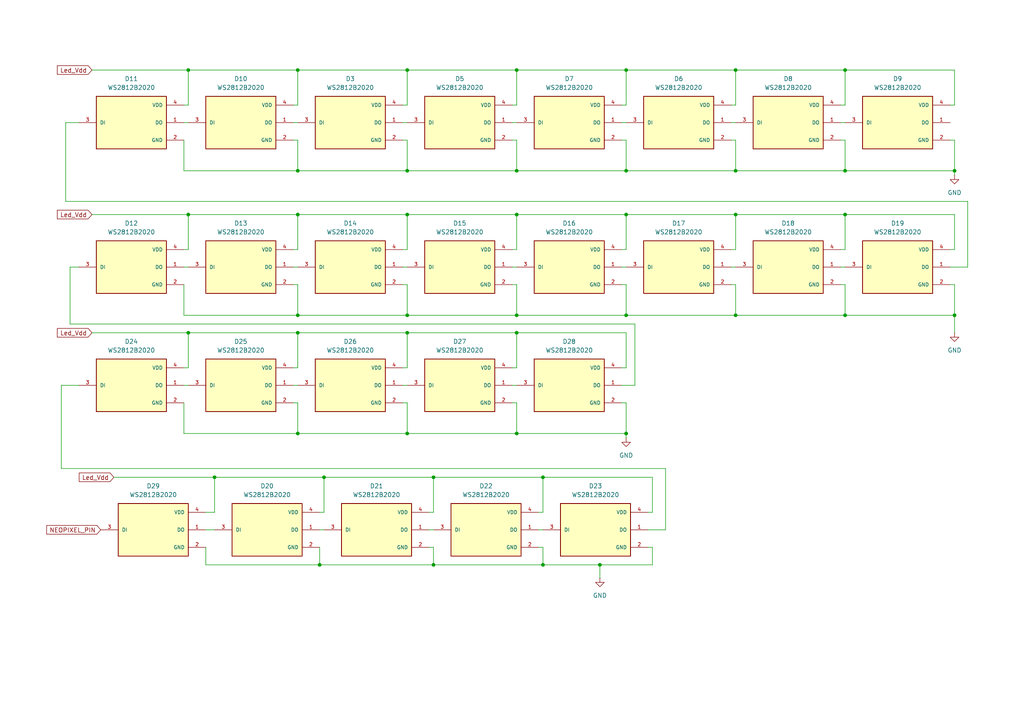
<source format=kicad_sch>
(kicad_sch (version 20250114) (generator "eeschema") (generator_version "9.0")
  (paper "A4")
  (lib_symbols
    (symbol "WS2812B2020:WS2812B2020" (pin_names (offset 1.016))
      (property "Reference" "D" (at -10.16 8.382 0))
      (property "Value" "WS2812B2020" (at -10.16 -10.16 0))
      (symbol "WS2812B2020_0_0"
        (rectangle (start -10.16 -7.62) (end 10.16 7.62) (stroke (width 0.254)) (fill (type background)))
        (pin input line (at -15.24 0 0) (length 5.08) (name "DI") (number "3"))
        (pin power_in line (at 15.24 5.08 180) (length 5.08) (name "VDD") (number "4"))
        (pin output line (at 15.24 0 180) (length 5.08) (name "DO") (number "1"))
        (pin power_in line (at 15.24 -5.08 180) (length 5.08) (name "GND") (number "2"))
      )
    )
    (symbol "power:GND" (power) (pin_numbers (hide yes)) (pin_names (offset 0) (hide yes))
      (property "Value" "GND" (at 0 -3.81 0))
      (symbol "GND_0_1"
        (polyline (pts (xy 0 0) (xy 0 -1.27) (xy 1.27 -1.27) (xy 0 -2.54) (xy -1.27 -1.27) (xy 0 -1.27)))
      )
      (symbol "GND_1_1"
        (pin power_in line (at 0 0 270) (length 0) (name "~") (number "1"))
      )
    )
  )
  (junction (at 181.61 91.44))
  (junction (at 149.86 91.44))
  (junction (at 181.61 125.73))
  (junction (at 118.11 125.73))
  (junction (at 213.36 20.32))
  (junction (at 118.11 91.44))
  (junction (at 245.11 91.44))
  (junction (at 54.61 20.32))
  (junction (at 125.73 138.43))
  (junction (at 245.11 62.23))
  (junction (at 213.36 49.53))
  (junction (at 173.99 163.83))
  (junction (at 149.86 125.73))
  (junction (at 213.36 62.23))
  (junction (at 118.11 49.53))
  (junction (at 181.61 49.53))
  (junction (at 86.36 49.53))
  (junction (at 245.11 49.53))
  (junction (at 157.48 138.43))
  (junction (at 118.11 20.32))
  (junction (at 118.11 62.23))
  (junction (at 118.11 96.52))
  (junction (at 276.86 49.53))
  (junction (at 157.48 163.83))
  (junction (at 86.36 91.44))
  (junction (at 125.73 163.83))
  (junction (at 181.61 62.23))
  (junction (at 93.98 138.43))
  (junction (at 149.86 62.23))
  (junction (at 62.23 138.43))
  (junction (at 86.36 96.52))
  (junction (at 213.36 91.44))
  (junction (at 86.36 20.32))
  (junction (at 149.86 49.53))
  (junction (at 245.11 20.32))
  (junction (at 149.86 20.32))
  (junction (at 54.61 62.23))
  (junction (at 276.86 91.44))
  (junction (at 86.36 62.23))
  (junction (at 149.86 96.52))
  (junction (at 86.36 125.73))
  (junction (at 92.71 163.83))
  (junction (at 181.61 20.32))
  (junction (at 54.61 96.52))
  (wire (pts (xy 245.11 49.53) (xy 276.86 49.53)))
  (wire (pts (xy 92.71 153.67) (xy 93.98 153.67)))
  (wire (pts (xy 62.23 138.43) (xy 93.98 138.43)))
  (wire (pts (xy 116.84 72.39) (xy 118.11 72.39)))
  (wire (pts (xy 187.96 153.67) (xy 193.04 153.67)))
  (wire (pts (xy 118.11 72.39) (xy 118.11 62.23)))
  (wire (pts (xy 148.59 40.64) (xy 149.86 40.64)))
  (wire (pts (xy 85.09 116.84) (xy 86.36 116.84)))
  (wire (pts (xy 213.36 49.53) (xy 245.11 49.53)))
  (wire (pts (xy 85.09 72.39) (xy 86.36 72.39)))
  (wire (pts (xy 93.98 138.43) (xy 125.73 138.43)))
  (wire (pts (xy 86.36 20.32) (xy 118.11 20.32)))
  (wire (pts (xy 213.36 40.64) (xy 212.09 40.64)))
  (wire (pts (xy 26.67 20.32) (xy 54.61 20.32)))
  (wire (pts (xy 276.86 72.39) (xy 275.59 72.39)))
  (wire (pts (xy 193.04 135.89) (xy 193.04 153.67)))
  (wire (pts (xy 276.86 30.48) (xy 276.86 20.32)))
  (wire (pts (xy 173.99 163.83) (xy 189.23 163.83)))
  (wire (pts (xy 245.11 40.64) (xy 245.11 49.53)))
  (wire (pts (xy 53.34 82.55) (xy 53.34 91.44)))
  (wire (pts (xy 181.61 82.55) (xy 181.61 91.44)))
  (wire (pts (xy 157.48 148.59) (xy 157.48 138.43)))
  (wire (pts (xy 245.11 20.32) (xy 276.86 20.32)))
  (wire (pts (xy 149.86 96.52) (xy 181.61 96.52)))
  (wire (pts (xy 22.86 111.76) (xy 17.78 111.76)))
  (wire (pts (xy 59.69 163.83) (xy 92.71 163.83)))
  (wire (pts (xy 54.61 20.32) (xy 86.36 20.32)))
  (wire (pts (xy 149.86 116.84) (xy 149.86 125.73)))
  (wire (pts (xy 116.84 77.47) (xy 118.11 77.47)))
  (wire (pts (xy 118.11 49.53) (xy 149.86 49.53)))
  (wire (pts (xy 148.59 72.39) (xy 149.86 72.39)))
  (wire (pts (xy 184.15 111.76) (xy 180.34 111.76)))
  (wire (pts (xy 181.61 106.68) (xy 180.34 106.68)))
  (wire (pts (xy 180.34 72.39) (xy 181.61 72.39)))
  (wire (pts (xy 86.36 91.44) (xy 118.11 91.44)))
  (wire (pts (xy 62.23 148.59) (xy 62.23 138.43)))
  (wire (pts (xy 118.11 96.52) (xy 149.86 96.52)))
  (wire (pts (xy 181.61 91.44) (xy 213.36 91.44)))
  (wire (pts (xy 213.36 82.55) (xy 213.36 91.44)))
  (wire (pts (xy 181.61 62.23) (xy 213.36 62.23)))
  (wire (pts (xy 17.78 111.76) (xy 17.78 135.89)))
  (wire (pts (xy 213.36 40.64) (xy 213.36 49.53)))
  (wire (pts (xy 124.46 148.59) (xy 125.73 148.59)))
  (wire (pts (xy 157.48 158.75) (xy 156.21 158.75)))
  (wire (pts (xy 53.34 77.47) (xy 54.61 77.47)))
  (wire (pts (xy 86.36 49.53) (xy 118.11 49.53)))
  (wire (pts (xy 85.09 40.64) (xy 86.36 40.64)))
  (wire (pts (xy 53.34 49.53) (xy 86.36 49.53)))
  (wire (pts (xy 213.36 91.44) (xy 245.11 91.44)))
  (wire (pts (xy 20.32 93.98) (xy 184.15 93.98)))
  (wire (pts (xy 86.36 96.52) (xy 118.11 96.52)))
  (wire (pts (xy 118.11 62.23) (xy 149.86 62.23)))
  (wire (pts (xy 276.86 50.8) (xy 276.86 49.53)))
  (wire (pts (xy 124.46 153.67) (xy 125.73 153.67)))
  (wire (pts (xy 173.99 163.83) (xy 173.99 167.64)))
  (wire (pts (xy 276.86 82.55) (xy 275.59 82.55)))
  (wire (pts (xy 149.86 30.48) (xy 149.86 20.32)))
  (wire (pts (xy 180.34 77.47) (xy 181.61 77.47)))
  (wire (pts (xy 85.09 35.56) (xy 86.36 35.56)))
  (wire (pts (xy 54.61 62.23) (xy 86.36 62.23)))
  (wire (pts (xy 53.34 72.39) (xy 54.61 72.39)))
  (wire (pts (xy 85.09 77.47) (xy 86.36 77.47)))
  (wire (pts (xy 180.34 116.84) (xy 181.61 116.84)))
  (wire (pts (xy 148.59 77.47) (xy 149.86 77.47)))
  (wire (pts (xy 54.61 106.68) (xy 54.61 96.52)))
  (wire (pts (xy 245.11 62.23) (xy 276.86 62.23)))
  (wire (pts (xy 22.86 77.47) (xy 20.32 77.47)))
  (wire (pts (xy 156.21 153.67) (xy 157.48 153.67)))
  (wire (pts (xy 125.73 138.43) (xy 157.48 138.43)))
  (wire (pts (xy 148.59 30.48) (xy 149.86 30.48)))
  (wire (pts (xy 245.11 72.39) (xy 245.11 62.23)))
  (wire (pts (xy 92.71 148.59) (xy 93.98 148.59)))
  (wire (pts (xy 19.05 58.42) (xy 280.67 58.42)))
  (wire (pts (xy 26.67 62.23) (xy 54.61 62.23)))
  (wire (pts (xy 280.67 77.47) (xy 275.59 77.47)))
  (wire (pts (xy 213.36 72.39) (xy 213.36 62.23)))
  (wire (pts (xy 245.11 77.47) (xy 243.84 77.47)))
  (wire (pts (xy 213.36 62.23) (xy 245.11 62.23)))
  (wire (pts (xy 125.73 163.83) (xy 157.48 163.83)))
  (wire (pts (xy 86.36 96.52) (xy 86.36 106.68)))
  (wire (pts (xy 213.36 82.55) (xy 212.09 82.55)))
  (wire (pts (xy 181.61 49.53) (xy 213.36 49.53)))
  (wire (pts (xy 181.61 72.39) (xy 181.61 62.23)))
  (wire (pts (xy 53.34 30.48) (xy 54.61 30.48)))
  (wire (pts (xy 53.34 116.84) (xy 53.34 125.73)))
  (wire (pts (xy 54.61 30.48) (xy 54.61 20.32)))
  (wire (pts (xy 86.36 40.64) (xy 86.36 49.53)))
  (wire (pts (xy 181.61 40.64) (xy 181.61 49.53)))
  (wire (pts (xy 149.86 49.53) (xy 181.61 49.53)))
  (wire (pts (xy 53.34 35.56) (xy 54.61 35.56)))
  (wire (pts (xy 243.84 30.48) (xy 245.11 30.48)))
  (wire (pts (xy 276.86 40.64) (xy 276.86 49.53)))
  (wire (pts (xy 116.84 111.76) (xy 118.11 111.76)))
  (wire (pts (xy 189.23 158.75) (xy 189.23 163.83)))
  (wire (pts (xy 149.86 82.55) (xy 149.86 91.44)))
  (wire (pts (xy 148.59 106.68) (xy 149.86 106.68)))
  (wire (pts (xy 118.11 40.64) (xy 118.11 49.53)))
  (wire (pts (xy 118.11 40.64) (xy 116.84 40.64)))
  (wire (pts (xy 85.09 30.48) (xy 86.36 30.48)))
  (wire (pts (xy 86.36 62.23) (xy 86.36 72.39)))
  (wire (pts (xy 118.11 116.84) (xy 116.84 116.84)))
  (wire (pts (xy 243.84 72.39) (xy 245.11 72.39)))
  (wire (pts (xy 156.21 148.59) (xy 157.48 148.59)))
  (wire (pts (xy 26.67 96.52) (xy 54.61 96.52)))
  (wire (pts (xy 276.86 96.52) (xy 276.86 91.44)))
  (wire (pts (xy 148.59 111.76) (xy 149.86 111.76)))
  (wire (pts (xy 149.86 40.64) (xy 149.86 49.53)))
  (wire (pts (xy 180.34 82.55) (xy 181.61 82.55)))
  (wire (pts (xy 181.61 96.52) (xy 181.61 106.68)))
  (wire (pts (xy 125.73 138.43) (xy 125.73 148.59)))
  (wire (pts (xy 125.73 158.75) (xy 125.73 163.83)))
  (wire (pts (xy 148.59 116.84) (xy 149.86 116.84)))
  (wire (pts (xy 19.05 35.56) (xy 19.05 58.42)))
  (wire (pts (xy 22.86 35.56) (xy 19.05 35.56)))
  (wire (pts (xy 181.61 20.32) (xy 213.36 20.32)))
  (wire (pts (xy 245.11 82.55) (xy 245.11 91.44)))
  (wire (pts (xy 213.36 30.48) (xy 213.36 20.32)))
  (wire (pts (xy 53.34 111.76) (xy 54.61 111.76)))
  (wire (pts (xy 276.86 82.55) (xy 276.86 91.44)))
  (wire (pts (xy 243.84 82.55) (xy 245.11 82.55)))
  (wire (pts (xy 149.86 62.23) (xy 181.61 62.23)))
  (wire (pts (xy 118.11 125.73) (xy 149.86 125.73)))
  (wire (pts (xy 149.86 125.73) (xy 181.61 125.73)))
  (wire (pts (xy 157.48 158.75) (xy 157.48 163.83)))
  (wire (pts (xy 149.86 20.32) (xy 181.61 20.32)))
  (wire (pts (xy 118.11 82.55) (xy 118.11 91.44)))
  (wire (pts (xy 245.11 91.44) (xy 276.86 91.44)))
  (wire (pts (xy 180.34 30.48) (xy 181.61 30.48)))
  (wire (pts (xy 85.09 82.55) (xy 86.36 82.55)))
  (wire (pts (xy 148.59 35.56) (xy 149.86 35.56)))
  (wire (pts (xy 213.36 20.32) (xy 245.11 20.32)))
  (wire (pts (xy 85.09 106.68) (xy 86.36 106.68)))
  (wire (pts (xy 59.69 158.75) (xy 59.69 163.83)))
  (wire (pts (xy 20.32 77.47) (xy 20.32 93.98)))
  (wire (pts (xy 187.96 158.75) (xy 189.23 158.75)))
  (wire (pts (xy 53.34 106.68) (xy 54.61 106.68)))
  (wire (pts (xy 86.36 62.23) (xy 118.11 62.23)))
  (wire (pts (xy 149.86 72.39) (xy 149.86 62.23)))
  (wire (pts (xy 59.69 153.67) (xy 62.23 153.67)))
  (wire (pts (xy 118.11 82.55) (xy 116.84 82.55)))
  (wire (pts (xy 245.11 35.56) (xy 243.84 35.56)))
  (wire (pts (xy 157.48 138.43) (xy 189.23 138.43)))
  (wire (pts (xy 212.09 30.48) (xy 213.36 30.48)))
  (wire (pts (xy 149.86 106.68) (xy 149.86 96.52)))
  (wire (pts (xy 149.86 91.44) (xy 181.61 91.44)))
  (wire (pts (xy 93.98 148.59) (xy 93.98 138.43)))
  (wire (pts (xy 187.96 148.59) (xy 189.23 148.59)))
  (wire (pts (xy 280.67 58.42) (xy 280.67 77.47)))
  (wire (pts (xy 118.11 20.32) (xy 149.86 20.32)))
  (wire (pts (xy 180.34 40.64) (xy 181.61 40.64)))
  (wire (pts (xy 212.09 77.47) (xy 213.36 77.47)))
  (wire (pts (xy 53.34 40.64) (xy 53.34 49.53)))
  (wire (pts (xy 17.78 135.89) (xy 193.04 135.89)))
  (wire (pts (xy 184.15 93.98) (xy 184.15 111.76)))
  (wire (pts (xy 86.36 125.73) (xy 118.11 125.73)))
  (wire (pts (xy 124.46 158.75) (xy 125.73 158.75)))
  (wire (pts (xy 86.36 116.84) (xy 86.36 125.73)))
  (wire (pts (xy 59.69 148.59) (xy 62.23 148.59)))
  (wire (pts (xy 243.84 40.64) (xy 245.11 40.64)))
  (wire (pts (xy 212.09 72.39) (xy 213.36 72.39)))
  (wire (pts (xy 116.84 30.48) (xy 118.11 30.48)))
  (wire (pts (xy 148.59 82.55) (xy 149.86 82.55)))
  (wire (pts (xy 157.48 163.83) (xy 173.99 163.83)))
  (wire (pts (xy 118.11 30.48) (xy 118.11 20.32)))
  (wire (pts (xy 212.09 35.56) (xy 213.36 35.56)))
  (wire (pts (xy 276.86 40.64) (xy 275.59 40.64)))
  (wire (pts (xy 180.34 35.56) (xy 181.61 35.56)))
  (wire (pts (xy 54.61 96.52) (xy 86.36 96.52)))
  (wire (pts (xy 116.84 35.56) (xy 118.11 35.56)))
  (wire (pts (xy 245.11 30.48) (xy 245.11 20.32)))
  (wire (pts (xy 92.71 158.75) (xy 92.71 163.83)))
  (wire (pts (xy 86.36 20.32) (xy 86.36 30.48)))
  (wire (pts (xy 118.11 91.44) (xy 149.86 91.44)))
  (wire (pts (xy 92.71 163.83) (xy 125.73 163.83)))
  (wire (pts (xy 54.61 72.39) (xy 54.61 62.23)))
  (wire (pts (xy 85.09 111.76) (xy 86.36 111.76)))
  (wire (pts (xy 53.34 91.44) (xy 86.36 91.44)))
  (wire (pts (xy 181.61 116.84) (xy 181.61 125.73)))
  (wire (pts (xy 181.61 125.73) (xy 181.61 127)))
  (wire (pts (xy 118.11 116.84) (xy 118.11 125.73)))
  (wire (pts (xy 276.86 30.48) (xy 275.59 30.48)))
  (wire (pts (xy 276.86 72.39) (xy 276.86 62.23)))
  (wire (pts (xy 116.84 106.68) (xy 118.11 106.68)))
  (wire (pts (xy 181.61 30.48) (xy 181.61 20.32)))
  (wire (pts (xy 118.11 106.68) (xy 118.11 96.52)))
  (wire (pts (xy 53.34 125.73) (xy 86.36 125.73)))
  (wire (pts (xy 189.23 148.59) (xy 189.23 138.43)))
  (wire (pts (xy 86.36 82.55) (xy 86.36 91.44)))
  (wire (pts (xy 33.02 138.43) (xy 62.23 138.43)))
  (global_label "Led_Vdd" (shape input) (at 26.67 96.52 180) (property "Intersheetrefs" "${INTERSHEET_REFS}" (effects (hide yes))))
  (global_label "Led_Vdd" (shape input) (at 33.02 138.43 180) (property "Intersheetrefs" "${INTERSHEET_REFS}" (effects (hide yes))))
  (global_label "NEOPIXEL_PIN" (shape input) (at 29.21 153.67 180) (property "Intersheetrefs" "${INTERSHEET_REFS}" (effects (hide yes))))
  (global_label "Led_Vdd" (shape input) (at 26.67 20.32 180) (property "Intersheetrefs" "${INTERSHEET_REFS}" (effects (hide yes))))
  (global_label "Led_Vdd" (shape input) (at 26.67 62.23 180) (property "Intersheetrefs" "${INTERSHEET_REFS}" (effects (hide yes))))
  (symbol (lib_id "WS2812B2020:WS2812B2020") (at 44.45 153.67 0) (unit 1)
    (property "Reference" "D29" (at 44.45 140.97 0))
    (property "Value" "WS2812B2020" (at 44.45 143.51 0))
    (property "Footprint" "WS2812B2020:LED_WS2812B2020" (effects (hide yes)))
    (property "MF" "WorldSemi" (effects (hide yes)))
    (property "MAXIMUM_PACKAGE_HEIGHT" "0.84 mm" (effects (hide yes)))
    (property "Package" "None" (effects (hide yes)))
    (property "Price" "None" (effects (hide yes)))
    (property "Check_prices" "https://www.snapeda.com/parts/WS2812B-2020/Worldsemi/view-part/?ref=eda" (effects (hide yes)))
    (property "STANDARD" "Manufacturer Recommendations" (effects (hide yes)))
    (property "PARTREV" "V1.0" (effects (hide yes)))
    (property "SnapEDA_Link" "https://www.snapeda.com/parts/WS2812B-2020/Worldsemi/view-part/?ref=snap" (effects (hide yes)))
    (property "MP" "WS2812B-2020" (effects (hide yes)))
    (property "Description_1" "Programmable LED; SMD; 2020; RGB; 2x2x0.84mm; 3.7÷5.3V; 2kHz" (effects (hide yes)))
    (property "Availability" "Not in stock" (effects (hide yes)))
    (property "MANUFACTURER" "WorldSemi" (effects (hide yes)))
  )
  (symbol (lib_id "WS2812B2020:WS2812B2020") (at 196.85 35.56 0) (unit 1)
    (property "Reference" "D6" (at 196.85 22.86 0))
    (property "Value" "WS2812B2020" (at 196.85 25.4 0))
    (property "Footprint" "WS2812B2020:LED_WS2812B2020" (effects (hide yes)))
    (property "MF" "WorldSemi" (effects (hide yes)))
    (property "MAXIMUM_PACKAGE_HEIGHT" "0.84 mm" (effects (hide yes)))
    (property "Package" "None" (effects (hide yes)))
    (property "Price" "None" (effects (hide yes)))
    (property "Check_prices" "https://www.snapeda.com/parts/WS2812B-2020/Worldsemi/view-part/?ref=eda" (effects (hide yes)))
    (property "STANDARD" "Manufacturer Recommendations" (effects (hide yes)))
    (property "PARTREV" "V1.0" (effects (hide yes)))
    (property "SnapEDA_Link" "https://www.snapeda.com/parts/WS2812B-2020/Worldsemi/view-part/?ref=snap" (effects (hide yes)))
    (property "MP" "WS2812B-2020" (effects (hide yes)))
    (property "Description_1" "Programmable LED; SMD; 2020; RGB; 2x2x0.84mm; 3.7÷5.3V; 2kHz" (effects (hide yes)))
    (property "Availability" "Not in stock" (effects (hide yes)))
    (property "MANUFACTURER" "WorldSemi" (effects (hide yes)))
  )
  (symbol (lib_id "WS2812B2020:WS2812B2020") (at 101.6 77.47 0) (unit 1)
    (property "Reference" "D14" (at 101.6 64.77 0))
    (property "Value" "WS2812B2020" (at 101.6 67.31 0))
    (property "Footprint" "WS2812B2020:LED_WS2812B2020" (effects (hide yes)))
    (property "MF" "WorldSemi" (effects (hide yes)))
    (property "MAXIMUM_PACKAGE_HEIGHT" "0.84 mm" (effects (hide yes)))
    (property "Package" "None" (effects (hide yes)))
    (property "Price" "None" (effects (hide yes)))
    (property "Check_prices" "https://www.snapeda.com/parts/WS2812B-2020/Worldsemi/view-part/?ref=eda" (effects (hide yes)))
    (property "STANDARD" "Manufacturer Recommendations" (effects (hide yes)))
    (property "PARTREV" "V1.0" (effects (hide yes)))
    (property "SnapEDA_Link" "https://www.snapeda.com/parts/WS2812B-2020/Worldsemi/view-part/?ref=snap" (effects (hide yes)))
    (property "MP" "WS2812B-2020" (effects (hide yes)))
    (property "Description_1" "Programmable LED; SMD; 2020; RGB; 2x2x0.84mm; 3.7÷5.3V; 2kHz" (effects (hide yes)))
    (property "Availability" "Not in stock" (effects (hide yes)))
    (property "MANUFACTURER" "WorldSemi" (effects (hide yes)))
  )
  (symbol (lib_id "power:GND") (at 181.61 127 0) (unit 1)
    (property "Reference" "#PWR013" (effects (hide yes)))
    (property "Value" "GND" (at 181.61 132.08 0))
    (property "Description" "Power symbol creates a global label with name \"GND\" , ground" (effects (hide yes)))
  )
  (symbol (lib_id "WS2812B2020:WS2812B2020") (at 140.97 153.67 0) (unit 1)
    (property "Reference" "D22" (at 140.97 140.97 0))
    (property "Value" "WS2812B2020" (at 140.97 143.51 0))
    (property "Footprint" "WS2812B2020:LED_WS2812B2020" (effects (hide yes)))
    (property "MF" "WorldSemi" (effects (hide yes)))
    (property "MAXIMUM_PACKAGE_HEIGHT" "0.84 mm" (effects (hide yes)))
    (property "Package" "None" (effects (hide yes)))
    (property "Price" "None" (effects (hide yes)))
    (property "Check_prices" "https://www.snapeda.com/parts/WS2812B-2020/Worldsemi/view-part/?ref=eda" (effects (hide yes)))
    (property "STANDARD" "Manufacturer Recommendations" (effects (hide yes)))
    (property "PARTREV" "V1.0" (effects (hide yes)))
    (property "SnapEDA_Link" "https://www.snapeda.com/parts/WS2812B-2020/Worldsemi/view-part/?ref=snap" (effects (hide yes)))
    (property "MP" "WS2812B-2020" (effects (hide yes)))
    (property "Description_1" "Programmable LED; SMD; 2020; RGB; 2x2x0.84mm; 3.7÷5.3V; 2kHz" (effects (hide yes)))
    (property "Availability" "Not in stock" (effects (hide yes)))
    (property "MANUFACTURER" "WorldSemi" (effects (hide yes)))
  )
  (symbol (lib_id "WS2812B2020:WS2812B2020") (at 69.85 77.47 0) (unit 1)
    (property "Reference" "D13" (at 69.85 64.77 0))
    (property "Value" "WS2812B2020" (at 69.85 67.31 0))
    (property "Footprint" "WS2812B2020:LED_WS2812B2020" (effects (hide yes)))
    (property "MF" "WorldSemi" (effects (hide yes)))
    (property "MAXIMUM_PACKAGE_HEIGHT" "0.84 mm" (effects (hide yes)))
    (property "Package" "None" (effects (hide yes)))
    (property "Price" "None" (effects (hide yes)))
    (property "Check_prices" "https://www.snapeda.com/parts/WS2812B-2020/Worldsemi/view-part/?ref=eda" (effects (hide yes)))
    (property "STANDARD" "Manufacturer Recommendations" (effects (hide yes)))
    (property "PARTREV" "V1.0" (effects (hide yes)))
    (property "SnapEDA_Link" "https://www.snapeda.com/parts/WS2812B-2020/Worldsemi/view-part/?ref=snap" (effects (hide yes)))
    (property "MP" "WS2812B-2020" (effects (hide yes)))
    (property "Description_1" "Programmable LED; SMD; 2020; RGB; 2x2x0.84mm; 3.7÷5.3V; 2kHz" (effects (hide yes)))
    (property "Availability" "Not in stock" (effects (hide yes)))
    (property "MANUFACTURER" "WorldSemi" (effects (hide yes)))
  )
  (symbol (lib_id "WS2812B2020:WS2812B2020") (at 165.1 35.56 0) (unit 1)
    (property "Reference" "D7" (at 165.1 22.86 0))
    (property "Value" "WS2812B2020" (at 165.1 25.4 0))
    (property "Footprint" "WS2812B2020:LED_WS2812B2020" (effects (hide yes)))
    (property "MF" "WorldSemi" (effects (hide yes)))
    (property "MAXIMUM_PACKAGE_HEIGHT" "0.84 mm" (effects (hide yes)))
    (property "Package" "None" (effects (hide yes)))
    (property "Price" "None" (effects (hide yes)))
    (property "Check_prices" "https://www.snapeda.com/parts/WS2812B-2020/Worldsemi/view-part/?ref=eda" (effects (hide yes)))
    (property "STANDARD" "Manufacturer Recommendations" (effects (hide yes)))
    (property "PARTREV" "V1.0" (effects (hide yes)))
    (property "SnapEDA_Link" "https://www.snapeda.com/parts/WS2812B-2020/Worldsemi/view-part/?ref=snap" (effects (hide yes)))
    (property "MP" "WS2812B-2020" (effects (hide yes)))
    (property "Description_1" "Programmable LED; SMD; 2020; RGB; 2x2x0.84mm; 3.7÷5.3V; 2kHz" (effects (hide yes)))
    (property "Availability" "Not in stock" (effects (hide yes)))
    (property "MANUFACTURER" "WorldSemi" (effects (hide yes)))
  )
  (symbol (lib_id "WS2812B2020:WS2812B2020") (at 133.35 77.47 0) (unit 1)
    (property "Reference" "D15" (at 133.35 64.77 0))
    (property "Value" "WS2812B2020" (at 133.35 67.31 0))
    (property "Footprint" "WS2812B2020:LED_WS2812B2020" (effects (hide yes)))
    (property "MF" "WorldSemi" (effects (hide yes)))
    (property "MAXIMUM_PACKAGE_HEIGHT" "0.84 mm" (effects (hide yes)))
    (property "Package" "None" (effects (hide yes)))
    (property "Price" "None" (effects (hide yes)))
    (property "Check_prices" "https://www.snapeda.com/parts/WS2812B-2020/Worldsemi/view-part/?ref=eda" (effects (hide yes)))
    (property "STANDARD" "Manufacturer Recommendations" (effects (hide yes)))
    (property "PARTREV" "V1.0" (effects (hide yes)))
    (property "SnapEDA_Link" "https://www.snapeda.com/parts/WS2812B-2020/Worldsemi/view-part/?ref=snap" (effects (hide yes)))
    (property "MP" "WS2812B-2020" (effects (hide yes)))
    (property "Description_1" "Programmable LED; SMD; 2020; RGB; 2x2x0.84mm; 3.7÷5.3V; 2kHz" (effects (hide yes)))
    (property "Availability" "Not in stock" (effects (hide yes)))
    (property "MANUFACTURER" "WorldSemi" (effects (hide yes)))
  )
  (symbol (lib_id "power:GND") (at 173.99 167.64 0) (unit 1)
    (property "Reference" "#PWR016" (effects (hide yes)))
    (property "Value" "GND" (at 173.99 172.72 0))
    (property "Description" "Power symbol creates a global label with name \"GND\" , ground" (effects (hide yes)))
  )
  (symbol (lib_id "WS2812B2020:WS2812B2020") (at 109.22 153.67 0) (unit 1)
    (property "Reference" "D21" (at 109.22 140.97 0))
    (property "Value" "WS2812B2020" (at 109.22 143.51 0))
    (property "Footprint" "WS2812B2020:LED_WS2812B2020" (effects (hide yes)))
    (property "MF" "WorldSemi" (effects (hide yes)))
    (property "MAXIMUM_PACKAGE_HEIGHT" "0.84 mm" (effects (hide yes)))
    (property "Package" "None" (effects (hide yes)))
    (property "Price" "None" (effects (hide yes)))
    (property "Check_prices" "https://www.snapeda.com/parts/WS2812B-2020/Worldsemi/view-part/?ref=eda" (effects (hide yes)))
    (property "STANDARD" "Manufacturer Recommendations" (effects (hide yes)))
    (property "PARTREV" "V1.0" (effects (hide yes)))
    (property "SnapEDA_Link" "https://www.snapeda.com/parts/WS2812B-2020/Worldsemi/view-part/?ref=snap" (effects (hide yes)))
    (property "MP" "WS2812B-2020" (effects (hide yes)))
    (property "Description_1" "Programmable LED; SMD; 2020; RGB; 2x2x0.84mm; 3.7÷5.3V; 2kHz" (effects (hide yes)))
    (property "Availability" "Not in stock" (effects (hide yes)))
    (property "MANUFACTURER" "WorldSemi" (effects (hide yes)))
  )
  (symbol (lib_id "WS2812B2020:WS2812B2020") (at 133.35 111.76 0) (unit 1)
    (property "Reference" "D27" (at 133.35 99.06 0))
    (property "Value" "WS2812B2020" (at 133.35 101.6 0))
    (property "Footprint" "WS2812B2020:LED_WS2812B2020" (effects (hide yes)))
    (property "MF" "WorldSemi" (effects (hide yes)))
    (property "MAXIMUM_PACKAGE_HEIGHT" "0.84 mm" (effects (hide yes)))
    (property "Package" "None" (effects (hide yes)))
    (property "Price" "None" (effects (hide yes)))
    (property "Check_prices" "https://www.snapeda.com/parts/WS2812B-2020/Worldsemi/view-part/?ref=eda" (effects (hide yes)))
    (property "STANDARD" "Manufacturer Recommendations" (effects (hide yes)))
    (property "PARTREV" "V1.0" (effects (hide yes)))
    (property "SnapEDA_Link" "https://www.snapeda.com/parts/WS2812B-2020/Worldsemi/view-part/?ref=snap" (effects (hide yes)))
    (property "MP" "WS2812B-2020" (effects (hide yes)))
    (property "Description_1" "Programmable LED; SMD; 2020; RGB; 2x2x0.84mm; 3.7÷5.3V; 2kHz" (effects (hide yes)))
    (property "Availability" "Not in stock" (effects (hide yes)))
    (property "MANUFACTURER" "WorldSemi" (effects (hide yes)))
  )
  (symbol (lib_id "WS2812B2020:WS2812B2020") (at 101.6 111.76 0) (unit 1)
    (property "Reference" "D26" (at 101.6 99.06 0))
    (property "Value" "WS2812B2020" (at 101.6 101.6 0))
    (property "Footprint" "WS2812B2020:LED_WS2812B2020" (effects (hide yes)))
    (property "MF" "WorldSemi" (effects (hide yes)))
    (property "MAXIMUM_PACKAGE_HEIGHT" "0.84 mm" (effects (hide yes)))
    (property "Package" "None" (effects (hide yes)))
    (property "Price" "None" (effects (hide yes)))
    (property "Check_prices" "https://www.snapeda.com/parts/WS2812B-2020/Worldsemi/view-part/?ref=eda" (effects (hide yes)))
    (property "STANDARD" "Manufacturer Recommendations" (effects (hide yes)))
    (property "PARTREV" "V1.0" (effects (hide yes)))
    (property "SnapEDA_Link" "https://www.snapeda.com/parts/WS2812B-2020/Worldsemi/view-part/?ref=snap" (effects (hide yes)))
    (property "MP" "WS2812B-2020" (effects (hide yes)))
    (property "Description_1" "Programmable LED; SMD; 2020; RGB; 2x2x0.84mm; 3.7÷5.3V; 2kHz" (effects (hide yes)))
    (property "Availability" "Not in stock" (effects (hide yes)))
    (property "MANUFACTURER" "WorldSemi" (effects (hide yes)))
  )
  (symbol (lib_id "WS2812B2020:WS2812B2020") (at 101.6 35.56 0) (unit 1)
    (property "Reference" "D3" (at 101.6 22.86 0))
    (property "Value" "WS2812B2020" (at 101.6 25.4 0))
    (property "Footprint" "WS2812B2020:LED_WS2812B2020" (effects (hide yes)))
    (property "MF" "WorldSemi" (effects (hide yes)))
    (property "MAXIMUM_PACKAGE_HEIGHT" "0.84 mm" (effects (hide yes)))
    (property "Package" "None" (effects (hide yes)))
    (property "Price" "None" (effects (hide yes)))
    (property "Check_prices" "https://www.snapeda.com/parts/WS2812B-2020/Worldsemi/view-part/?ref=eda" (effects (hide yes)))
    (property "STANDARD" "Manufacturer Recommendations" (effects (hide yes)))
    (property "PARTREV" "V1.0" (effects (hide yes)))
    (property "SnapEDA_Link" "https://www.snapeda.com/parts/WS2812B-2020/Worldsemi/view-part/?ref=snap" (effects (hide yes)))
    (property "MP" "WS2812B-2020" (effects (hide yes)))
    (property "Description_1" "Programmable LED; SMD; 2020; RGB; 2x2x0.84mm; 3.7÷5.3V; 2kHz" (effects (hide yes)))
    (property "Availability" "Not in stock" (effects (hide yes)))
    (property "MANUFACTURER" "WorldSemi" (effects (hide yes)))
  )
  (symbol (lib_id "WS2812B2020:WS2812B2020") (at 38.1 111.76 0) (unit 1)
    (property "Reference" "D24" (at 38.1 99.06 0))
    (property "Value" "WS2812B2020" (at 38.1 101.6 0))
    (property "Footprint" "WS2812B2020:LED_WS2812B2020" (effects (hide yes)))
    (property "MF" "WorldSemi" (effects (hide yes)))
    (property "MAXIMUM_PACKAGE_HEIGHT" "0.84 mm" (effects (hide yes)))
    (property "Package" "None" (effects (hide yes)))
    (property "Price" "None" (effects (hide yes)))
    (property "Check_prices" "https://www.snapeda.com/parts/WS2812B-2020/Worldsemi/view-part/?ref=eda" (effects (hide yes)))
    (property "STANDARD" "Manufacturer Recommendations" (effects (hide yes)))
    (property "PARTREV" "V1.0" (effects (hide yes)))
    (property "SnapEDA_Link" "https://www.snapeda.com/parts/WS2812B-2020/Worldsemi/view-part/?ref=snap" (effects (hide yes)))
    (property "MP" "WS2812B-2020" (effects (hide yes)))
    (property "Description_1" "Programmable LED; SMD; 2020; RGB; 2x2x0.84mm; 3.7÷5.3V; 2kHz" (effects (hide yes)))
    (property "Availability" "Not in stock" (effects (hide yes)))
    (property "MANUFACTURER" "WorldSemi" (effects (hide yes)))
  )
  (symbol (lib_id "WS2812B2020:WS2812B2020") (at 196.85 77.47 0) (unit 1)
    (property "Reference" "D17" (at 196.85 64.77 0))
    (property "Value" "WS2812B2020" (at 196.85 67.31 0))
    (property "Footprint" "WS2812B2020:LED_WS2812B2020" (effects (hide yes)))
    (property "MF" "WorldSemi" (effects (hide yes)))
    (property "MAXIMUM_PACKAGE_HEIGHT" "0.84 mm" (effects (hide yes)))
    (property "Package" "None" (effects (hide yes)))
    (property "Price" "None" (effects (hide yes)))
    (property "Check_prices" "https://www.snapeda.com/parts/WS2812B-2020/Worldsemi/view-part/?ref=eda" (effects (hide yes)))
    (property "STANDARD" "Manufacturer Recommendations" (effects (hide yes)))
    (property "PARTREV" "V1.0" (effects (hide yes)))
    (property "SnapEDA_Link" "https://www.snapeda.com/parts/WS2812B-2020/Worldsemi/view-part/?ref=snap" (effects (hide yes)))
    (property "MP" "WS2812B-2020" (effects (hide yes)))
    (property "Description_1" "Programmable LED; SMD; 2020; RGB; 2x2x0.84mm; 3.7÷5.3V; 2kHz" (effects (hide yes)))
    (property "Availability" "Not in stock" (effects (hide yes)))
    (property "MANUFACTURER" "WorldSemi" (effects (hide yes)))
  )
  (symbol (lib_id "WS2812B2020:WS2812B2020") (at 260.35 77.47 0) (unit 1)
    (property "Reference" "D19" (at 260.35 64.77 0))
    (property "Value" "WS2812B2020" (at 260.35 67.31 0))
    (property "Footprint" "WS2812B2020:LED_WS2812B2020" (effects (hide yes)))
    (property "MF" "WorldSemi" (effects (hide yes)))
    (property "MAXIMUM_PACKAGE_HEIGHT" "0.84 mm" (effects (hide yes)))
    (property "Package" "None" (effects (hide yes)))
    (property "Price" "None" (effects (hide yes)))
    (property "Check_prices" "https://www.snapeda.com/parts/WS2812B-2020/Worldsemi/view-part/?ref=eda" (effects (hide yes)))
    (property "STANDARD" "Manufacturer Recommendations" (effects (hide yes)))
    (property "PARTREV" "V1.0" (effects (hide yes)))
    (property "SnapEDA_Link" "https://www.snapeda.com/parts/WS2812B-2020/Worldsemi/view-part/?ref=snap" (effects (hide yes)))
    (property "MP" "WS2812B-2020" (effects (hide yes)))
    (property "Description_1" "Programmable LED; SMD; 2020; RGB; 2x2x0.84mm; 3.7÷5.3V; 2kHz" (effects (hide yes)))
    (property "Availability" "Not in stock" (effects (hide yes)))
    (property "MANUFACTURER" "WorldSemi" (effects (hide yes)))
  )
  (symbol (lib_id "WS2812B2020:WS2812B2020") (at 260.35 35.56 0) (unit 1)
    (property "Reference" "D9" (at 260.35 22.86 0))
    (property "Value" "WS2812B2020" (at 260.35 25.4 0))
    (property "Footprint" "WS2812B2020:LED_WS2812B2020" (effects (hide yes)))
    (property "MF" "WorldSemi" (effects (hide yes)))
    (property "MAXIMUM_PACKAGE_HEIGHT" "0.84 mm" (effects (hide yes)))
    (property "Package" "None" (effects (hide yes)))
    (property "Price" "None" (effects (hide yes)))
    (property "Check_prices" "https://www.snapeda.com/parts/WS2812B-2020/Worldsemi/view-part/?ref=eda" (effects (hide yes)))
    (property "STANDARD" "Manufacturer Recommendations" (effects (hide yes)))
    (property "PARTREV" "V1.0" (effects (hide yes)))
    (property "SnapEDA_Link" "https://www.snapeda.com/parts/WS2812B-2020/Worldsemi/view-part/?ref=snap" (effects (hide yes)))
    (property "MP" "WS2812B-2020" (effects (hide yes)))
    (property "Description_1" "Programmable LED; SMD; 2020; RGB; 2x2x0.84mm; 3.7÷5.3V; 2kHz" (effects (hide yes)))
    (property "Availability" "Not in stock" (effects (hide yes)))
    (property "MANUFACTURER" "WorldSemi" (effects (hide yes)))
  )
  (symbol (lib_id "WS2812B2020:WS2812B2020") (at 69.85 111.76 0) (unit 1)
    (property "Reference" "D25" (at 69.85 99.06 0))
    (property "Value" "WS2812B2020" (at 69.85 101.6 0))
    (property "Footprint" "WS2812B2020:LED_WS2812B2020" (effects (hide yes)))
    (property "MF" "WorldSemi" (effects (hide yes)))
    (property "MAXIMUM_PACKAGE_HEIGHT" "0.84 mm" (effects (hide yes)))
    (property "Package" "None" (effects (hide yes)))
    (property "Price" "None" (effects (hide yes)))
    (property "Check_prices" "https://www.snapeda.com/parts/WS2812B-2020/Worldsemi/view-part/?ref=eda" (effects (hide yes)))
    (property "STANDARD" "Manufacturer Recommendations" (effects (hide yes)))
    (property "PARTREV" "V1.0" (effects (hide yes)))
    (property "SnapEDA_Link" "https://www.snapeda.com/parts/WS2812B-2020/Worldsemi/view-part/?ref=snap" (effects (hide yes)))
    (property "MP" "WS2812B-2020" (effects (hide yes)))
    (property "Description_1" "Programmable LED; SMD; 2020; RGB; 2x2x0.84mm; 3.7÷5.3V; 2kHz" (effects (hide yes)))
    (property "Availability" "Not in stock" (effects (hide yes)))
    (property "MANUFACTURER" "WorldSemi" (effects (hide yes)))
  )
  (symbol (lib_id "WS2812B2020:WS2812B2020") (at 38.1 77.47 0) (unit 1)
    (property "Reference" "D12" (at 38.1 64.77 0))
    (property "Value" "WS2812B2020" (at 38.1 67.31 0))
    (property "Footprint" "WS2812B2020:LED_WS2812B2020" (effects (hide yes)))
    (property "MF" "WorldSemi" (effects (hide yes)))
    (property "MAXIMUM_PACKAGE_HEIGHT" "0.84 mm" (effects (hide yes)))
    (property "Package" "None" (effects (hide yes)))
    (property "Price" "None" (effects (hide yes)))
    (property "Check_prices" "https://www.snapeda.com/parts/WS2812B-2020/Worldsemi/view-part/?ref=eda" (effects (hide yes)))
    (property "STANDARD" "Manufacturer Recommendations" (effects (hide yes)))
    (property "PARTREV" "V1.0" (effects (hide yes)))
    (property "SnapEDA_Link" "https://www.snapeda.com/parts/WS2812B-2020/Worldsemi/view-part/?ref=snap" (effects (hide yes)))
    (property "MP" "WS2812B-2020" (effects (hide yes)))
    (property "Description_1" "Programmable LED; SMD; 2020; RGB; 2x2x0.84mm; 3.7÷5.3V; 2kHz" (effects (hide yes)))
    (property "Availability" "Not in stock" (effects (hide yes)))
    (property "MANUFACTURER" "WorldSemi" (effects (hide yes)))
  )
  (symbol (lib_id "WS2812B2020:WS2812B2020") (at 165.1 77.47 0) (unit 1)
    (property "Reference" "D16" (at 165.1 64.77 0))
    (property "Value" "WS2812B2020" (at 165.1 67.31 0))
    (property "Footprint" "WS2812B2020:LED_WS2812B2020" (effects (hide yes)))
    (property "MF" "WorldSemi" (effects (hide yes)))
    (property "MAXIMUM_PACKAGE_HEIGHT" "0.84 mm" (effects (hide yes)))
    (property "Package" "None" (effects (hide yes)))
    (property "Price" "None" (effects (hide yes)))
    (property "Check_prices" "https://www.snapeda.com/parts/WS2812B-2020/Worldsemi/view-part/?ref=eda" (effects (hide yes)))
    (property "STANDARD" "Manufacturer Recommendations" (effects (hide yes)))
    (property "PARTREV" "V1.0" (effects (hide yes)))
    (property "SnapEDA_Link" "https://www.snapeda.com/parts/WS2812B-2020/Worldsemi/view-part/?ref=snap" (effects (hide yes)))
    (property "MP" "WS2812B-2020" (effects (hide yes)))
    (property "Description_1" "Programmable LED; SMD; 2020; RGB; 2x2x0.84mm; 3.7÷5.3V; 2kHz" (effects (hide yes)))
    (property "Availability" "Not in stock" (effects (hide yes)))
    (property "MANUFACTURER" "WorldSemi" (effects (hide yes)))
  )
  (symbol (lib_id "WS2812B2020:WS2812B2020") (at 133.35 35.56 0) (unit 1)
    (property "Reference" "D5" (at 133.35 22.86 0))
    (property "Value" "WS2812B2020" (at 133.35 25.4 0))
    (property "Footprint" "WS2812B2020:LED_WS2812B2020" (effects (hide yes)))
    (property "MF" "WorldSemi" (effects (hide yes)))
    (property "MAXIMUM_PACKAGE_HEIGHT" "0.84 mm" (effects (hide yes)))
    (property "Package" "None" (effects (hide yes)))
    (property "Price" "None" (effects (hide yes)))
    (property "Check_prices" "https://www.snapeda.com/parts/WS2812B-2020/Worldsemi/view-part/?ref=eda" (effects (hide yes)))
    (property "STANDARD" "Manufacturer Recommendations" (effects (hide yes)))
    (property "PARTREV" "V1.0" (effects (hide yes)))
    (property "SnapEDA_Link" "https://www.snapeda.com/parts/WS2812B-2020/Worldsemi/view-part/?ref=snap" (effects (hide yes)))
    (property "MP" "WS2812B-2020" (effects (hide yes)))
    (property "Description_1" "Programmable LED; SMD; 2020; RGB; 2x2x0.84mm; 3.7÷5.3V; 2kHz" (effects (hide yes)))
    (property "Availability" "Not in stock" (effects (hide yes)))
    (property "MANUFACTURER" "WorldSemi" (effects (hide yes)))
  )
  (symbol (lib_id "WS2812B2020:WS2812B2020") (at 69.85 35.56 0) (unit 1)
    (property "Reference" "D10" (at 69.85 22.86 0))
    (property "Value" "WS2812B2020" (at 69.85 25.4 0))
    (property "Footprint" "WS2812B2020:LED_WS2812B2020" (effects (hide yes)))
    (property "MF" "WorldSemi" (effects (hide yes)))
    (property "MAXIMUM_PACKAGE_HEIGHT" "0.84 mm" (effects (hide yes)))
    (property "Package" "None" (effects (hide yes)))
    (property "Price" "None" (effects (hide yes)))
    (property "Check_prices" "https://www.snapeda.com/parts/WS2812B-2020/Worldsemi/view-part/?ref=eda" (effects (hide yes)))
    (property "STANDARD" "Manufacturer Recommendations" (effects (hide yes)))
    (property "PARTREV" "V1.0" (effects (hide yes)))
    (property "SnapEDA_Link" "https://www.snapeda.com/parts/WS2812B-2020/Worldsemi/view-part/?ref=snap" (effects (hide yes)))
    (property "MP" "WS2812B-2020" (effects (hide yes)))
    (property "Description_1" "Programmable LED; SMD; 2020; RGB; 2x2x0.84mm; 3.7÷5.3V; 2kHz" (effects (hide yes)))
    (property "Availability" "Not in stock" (effects (hide yes)))
    (property "MANUFACTURER" "WorldSemi" (effects (hide yes)))
  )
  (symbol (lib_id "WS2812B2020:WS2812B2020") (at 228.6 77.47 0) (unit 1)
    (property "Reference" "D18" (at 228.6 64.77 0))
    (property "Value" "WS2812B2020" (at 228.6 67.31 0))
    (property "Footprint" "WS2812B2020:LED_WS2812B2020" (effects (hide yes)))
    (property "MF" "WorldSemi" (effects (hide yes)))
    (property "MAXIMUM_PACKAGE_HEIGHT" "0.84 mm" (effects (hide yes)))
    (property "Package" "None" (effects (hide yes)))
    (property "Price" "None" (effects (hide yes)))
    (property "Check_prices" "https://www.snapeda.com/parts/WS2812B-2020/Worldsemi/view-part/?ref=eda" (effects (hide yes)))
    (property "STANDARD" "Manufacturer Recommendations" (effects (hide yes)))
    (property "PARTREV" "V1.0" (effects (hide yes)))
    (property "SnapEDA_Link" "https://www.snapeda.com/parts/WS2812B-2020/Worldsemi/view-part/?ref=snap" (effects (hide yes)))
    (property "MP" "WS2812B-2020" (effects (hide yes)))
    (property "Description_1" "Programmable LED; SMD; 2020; RGB; 2x2x0.84mm; 3.7÷5.3V; 2kHz" (effects (hide yes)))
    (property "Availability" "Not in stock" (effects (hide yes)))
    (property "MANUFACTURER" "WorldSemi" (effects (hide yes)))
  )
  (symbol (lib_id "WS2812B2020:WS2812B2020") (at 228.6 35.56 0) (unit 1)
    (property "Reference" "D8" (at 228.6 22.86 0))
    (property "Value" "WS2812B2020" (at 228.6 25.4 0))
    (property "Footprint" "WS2812B2020:LED_WS2812B2020" (effects (hide yes)))
    (property "MF" "WorldSemi" (effects (hide yes)))
    (property "MAXIMUM_PACKAGE_HEIGHT" "0.84 mm" (effects (hide yes)))
    (property "Package" "None" (effects (hide yes)))
    (property "Price" "None" (effects (hide yes)))
    (property "Check_prices" "https://www.snapeda.com/parts/WS2812B-2020/Worldsemi/view-part/?ref=eda" (effects (hide yes)))
    (property "STANDARD" "Manufacturer Recommendations" (effects (hide yes)))
    (property "PARTREV" "V1.0" (effects (hide yes)))
    (property "SnapEDA_Link" "https://www.snapeda.com/parts/WS2812B-2020/Worldsemi/view-part/?ref=snap" (effects (hide yes)))
    (property "MP" "WS2812B-2020" (effects (hide yes)))
    (property "Description_1" "Programmable LED; SMD; 2020; RGB; 2x2x0.84mm; 3.7÷5.3V; 2kHz" (effects (hide yes)))
    (property "Availability" "Not in stock" (effects (hide yes)))
    (property "MANUFACTURER" "WorldSemi" (effects (hide yes)))
  )
  (symbol (lib_id "power:GND") (at 276.86 50.8 0) (unit 1)
    (property "Reference" "#PWR01" (effects (hide yes)))
    (property "Value" "GND" (at 276.86 55.88 0))
    (property "Description" "Power symbol creates a global label with name \"GND\" , ground" (effects (hide yes)))
  )
  (symbol (lib_id "WS2812B2020:WS2812B2020") (at 77.47 153.67 0) (unit 1)
    (property "Reference" "D20" (at 77.47 140.97 0))
    (property "Value" "WS2812B2020" (at 77.47 143.51 0))
    (property "Footprint" "WS2812B2020:LED_WS2812B2020" (effects (hide yes)))
    (property "MF" "WorldSemi" (effects (hide yes)))
    (property "MAXIMUM_PACKAGE_HEIGHT" "0.84 mm" (effects (hide yes)))
    (property "Package" "None" (effects (hide yes)))
    (property "Price" "None" (effects (hide yes)))
    (property "Check_prices" "https://www.snapeda.com/parts/WS2812B-2020/Worldsemi/view-part/?ref=eda" (effects (hide yes)))
    (property "STANDARD" "Manufacturer Recommendations" (effects (hide yes)))
    (property "PARTREV" "V1.0" (effects (hide yes)))
    (property "SnapEDA_Link" "https://www.snapeda.com/parts/WS2812B-2020/Worldsemi/view-part/?ref=snap" (effects (hide yes)))
    (property "MP" "WS2812B-2020" (effects (hide yes)))
    (property "Description_1" "Programmable LED; SMD; 2020; RGB; 2x2x0.84mm; 3.7÷5.3V; 2kHz" (effects (hide yes)))
    (property "Availability" "Not in stock" (effects (hide yes)))
    (property "MANUFACTURER" "WorldSemi" (effects (hide yes)))
  )
  (symbol (lib_id "WS2812B2020:WS2812B2020") (at 172.72 153.67 0) (unit 1)
    (property "Reference" "D23" (at 172.72 140.97 0))
    (property "Value" "WS2812B2020" (at 172.72 143.51 0))
    (property "Footprint" "WS2812B2020:LED_WS2812B2020" (effects (hide yes)))
    (property "MF" "WorldSemi" (effects (hide yes)))
    (property "MAXIMUM_PACKAGE_HEIGHT" "0.84 mm" (effects (hide yes)))
    (property "Package" "None" (effects (hide yes)))
    (property "Price" "None" (effects (hide yes)))
    (property "Check_prices" "https://www.snapeda.com/parts/WS2812B-2020/Worldsemi/view-part/?ref=eda" (effects (hide yes)))
    (property "STANDARD" "Manufacturer Recommendations" (effects (hide yes)))
    (property "PARTREV" "V1.0" (effects (hide yes)))
    (property "SnapEDA_Link" "https://www.snapeda.com/parts/WS2812B-2020/Worldsemi/view-part/?ref=snap" (effects (hide yes)))
    (property "MP" "WS2812B-2020" (effects (hide yes)))
    (property "Description_1" "Programmable LED; SMD; 2020; RGB; 2x2x0.84mm; 3.7÷5.3V; 2kHz" (effects (hide yes)))
    (property "Availability" "Not in stock" (effects (hide yes)))
    (property "MANUFACTURER" "WorldSemi" (effects (hide yes)))
  )
  (symbol (lib_id "WS2812B2020:WS2812B2020") (at 38.1 35.56 0) (unit 1)
    (property "Reference" "D11" (at 38.1 22.86 0))
    (property "Value" "WS2812B2020" (at 38.1 25.4 0))
    (property "Footprint" "WS2812B2020:LED_WS2812B2020" (effects (hide yes)))
    (property "MF" "WorldSemi" (effects (hide yes)))
    (property "MAXIMUM_PACKAGE_HEIGHT" "0.84 mm" (effects (hide yes)))
    (property "Package" "None" (effects (hide yes)))
    (property "Price" "None" (effects (hide yes)))
    (property "Check_prices" "https://www.snapeda.com/parts/WS2812B-2020/Worldsemi/view-part/?ref=eda" (effects (hide yes)))
    (property "STANDARD" "Manufacturer Recommendations" (effects (hide yes)))
    (property "PARTREV" "V1.0" (effects (hide yes)))
    (property "SnapEDA_Link" "https://www.snapeda.com/parts/WS2812B-2020/Worldsemi/view-part/?ref=snap" (effects (hide yes)))
    (property "MP" "WS2812B-2020" (effects (hide yes)))
    (property "Description_1" "Programmable LED; SMD; 2020; RGB; 2x2x0.84mm; 3.7÷5.3V; 2kHz" (effects (hide yes)))
    (property "Availability" "Not in stock" (effects (hide yes)))
    (property "MANUFACTURER" "WorldSemi" (effects (hide yes)))
  )
  (symbol (lib_id "WS2812B2020:WS2812B2020") (at 165.1 111.76 0) (unit 1)
    (property "Reference" "D28" (at 165.1 99.06 0))
    (property "Value" "WS2812B2020" (at 165.1 101.6 0))
    (property "Footprint" "WS2812B2020:LED_WS2812B2020" (effects (hide yes)))
    (property "MF" "WorldSemi" (effects (hide yes)))
    (property "MAXIMUM_PACKAGE_HEIGHT" "0.84 mm" (effects (hide yes)))
    (property "Package" "None" (effects (hide yes)))
    (property "Price" "None" (effects (hide yes)))
    (property "Check_prices" "https://www.snapeda.com/parts/WS2812B-2020/Worldsemi/view-part/?ref=eda" (effects (hide yes)))
    (property "STANDARD" "Manufacturer Recommendations" (effects (hide yes)))
    (property "PARTREV" "V1.0" (effects (hide yes)))
    (property "SnapEDA_Link" "https://www.snapeda.com/parts/WS2812B-2020/Worldsemi/view-part/?ref=snap" (effects (hide yes)))
    (property "MP" "WS2812B-2020" (effects (hide yes)))
    (property "Description_1" "Programmable LED; SMD; 2020; RGB; 2x2x0.84mm; 3.7÷5.3V; 2kHz" (effects (hide yes)))
    (property "Availability" "Not in stock" (effects (hide yes)))
    (property "MANUFACTURER" "WorldSemi" (effects (hide yes)))
  )
  (symbol (lib_id "power:GND") (at 276.86 96.52 0) (unit 1)
    (property "Reference" "#PWR010" (effects (hide yes)))
    (property "Value" "GND" (at 276.86 101.6 0))
    (property "Description" "Power symbol creates a global label with name \"GND\" , ground" (effects (hide yes)))
  )
)
</source>
